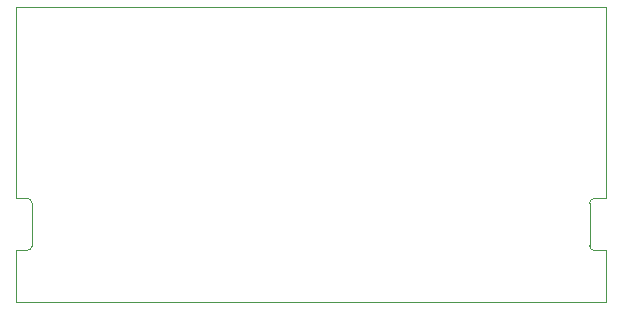
<source format=gbr>
%TF.GenerationSoftware,KiCad,Pcbnew,8.0.7*%
%TF.CreationDate,2025-07-31T15:36:56+01:00*%
%TF.ProjectId,PWMOutputFilter,50574d4f-7574-4707-9574-46696c746572,rev?*%
%TF.SameCoordinates,Original*%
%TF.FileFunction,Profile,NP*%
%FSLAX46Y46*%
G04 Gerber Fmt 4.6, Leading zero omitted, Abs format (unit mm)*
G04 Created by KiCad (PCBNEW 8.0.7) date 2025-07-31 15:36:56*
%MOMM*%
%LPD*%
G01*
G04 APERTURE LIST*
%TA.AperFunction,Profile*%
%ADD10C,0.050000*%
%TD*%
%TA.AperFunction,Profile*%
%ADD11C,0.120000*%
%TD*%
G04 APERTURE END LIST*
D10*
X100000000Y-79900000D02*
X100000000Y-80000000D01*
X50000000Y-79900000D02*
X50000000Y-80000000D01*
X50000000Y-66900000D02*
X50000000Y-55000000D01*
X100000000Y-80000000D02*
X50000000Y-80000000D01*
X100000000Y-55000000D02*
X100000000Y-66900000D01*
X50000000Y-55000000D02*
X100000000Y-55000000D01*
D11*
%TO.C,J2*%
X51400000Y-75200000D02*
G75*
G02*
X51000000Y-75600000I-400000J0D01*
G01*
X51000000Y-71200000D02*
G75*
G02*
X51400000Y-71600000I-2J-400002D01*
G01*
X50000000Y-75600000D02*
X50000000Y-79900000D01*
X51000000Y-75600000D02*
X50000000Y-75600000D01*
X51400000Y-75200000D02*
X51400000Y-71600000D01*
X50000000Y-71200000D02*
X50000000Y-66900000D01*
X51000000Y-71200000D02*
X50000000Y-71200000D01*
%TO.C,J1*%
X98600000Y-71600000D02*
G75*
G02*
X99000000Y-71200000I400000J0D01*
G01*
X99000000Y-75600000D02*
G75*
G02*
X98600000Y-75200000I2J400002D01*
G01*
X100000000Y-71200000D02*
X100000000Y-66900000D01*
X99000000Y-71200000D02*
X100000000Y-71200000D01*
X98600000Y-71600000D02*
X98600000Y-75200000D01*
X100000000Y-75600000D02*
X100000000Y-79900000D01*
X99000000Y-75600000D02*
X100000000Y-75600000D01*
%TD*%
M02*

</source>
